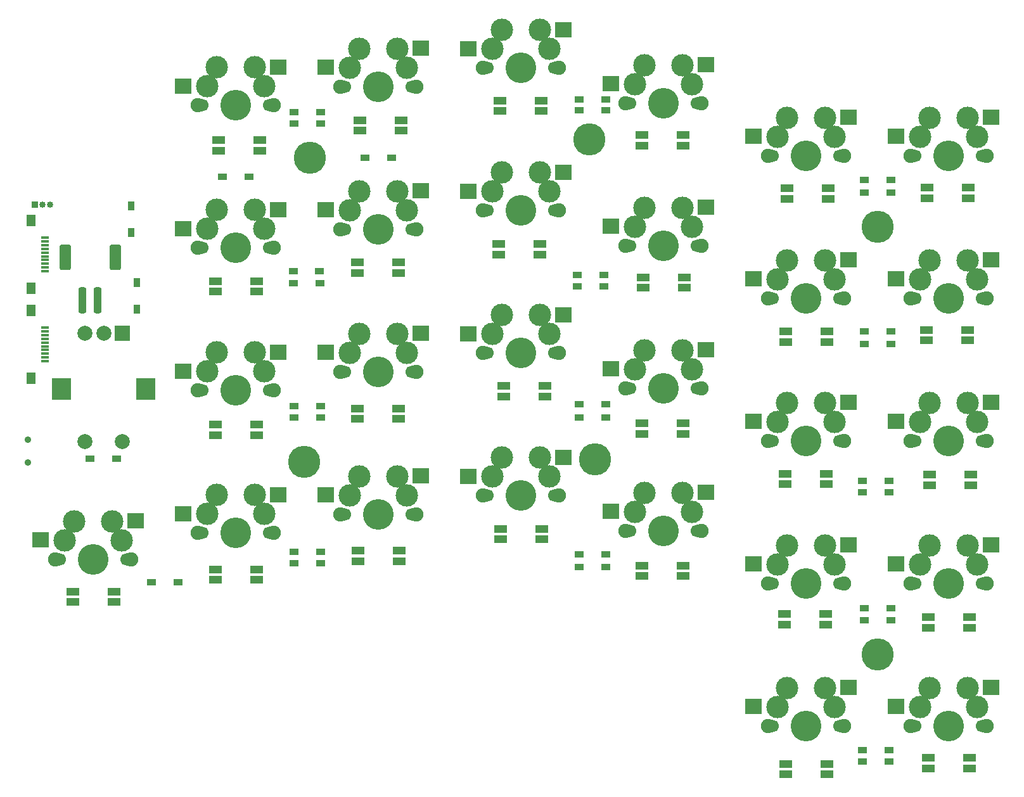
<source format=gbs>
G04 #@! TF.GenerationSoftware,KiCad,Pcbnew,9.0.4*
G04 #@! TF.CreationDate,2025-10-25T01:26:29+09:00*
G04 #@! TF.ProjectId,molak_right,6d6f6c61-6b5f-4726-9967-68742e6b6963,rev?*
G04 #@! TF.SameCoordinates,Original*
G04 #@! TF.FileFunction,Soldermask,Bot*
G04 #@! TF.FilePolarity,Negative*
%FSLAX46Y46*%
G04 Gerber Fmt 4.6, Leading zero omitted, Abs format (unit mm)*
G04 Created by KiCad (PCBNEW 9.0.4) date 2025-10-25 01:26:29*
%MOMM*%
%LPD*%
G01*
G04 APERTURE LIST*
G04 Aperture macros list*
%AMRoundRect*
0 Rectangle with rounded corners*
0 $1 Rounding radius*
0 $2 $3 $4 $5 $6 $7 $8 $9 X,Y pos of 4 corners*
0 Add a 4 corners polygon primitive as box body*
4,1,4,$2,$3,$4,$5,$6,$7,$8,$9,$2,$3,0*
0 Add four circle primitives for the rounded corners*
1,1,$1+$1,$2,$3*
1,1,$1+$1,$4,$5*
1,1,$1+$1,$6,$7*
1,1,$1+$1,$8,$9*
0 Add four rect primitives between the rounded corners*
20,1,$1+$1,$2,$3,$4,$5,0*
20,1,$1+$1,$4,$5,$6,$7,0*
20,1,$1+$1,$6,$7,$8,$9,0*
20,1,$1+$1,$8,$9,$2,$3,0*%
G04 Aperture macros list end*
%ADD10C,0.850000*%
%ADD11R,0.850000X0.850000*%
%ADD12R,1.300000X1.650000*%
%ADD13R,1.000000X0.300000*%
%ADD14C,4.300000*%
%ADD15R,1.700000X1.000000*%
%ADD16C,1.900000*%
%ADD17C,1.700000*%
%ADD18C,3.000000*%
%ADD19C,4.100000*%
%ADD20R,2.300000X2.000000*%
%ADD21R,1.300000X0.950000*%
%ADD22R,0.950000X1.300000*%
%ADD23C,0.900000*%
%ADD24R,2.000000X2.000000*%
%ADD25C,2.000000*%
%ADD26R,2.500000X3.000000*%
%ADD27RoundRect,0.250000X-0.250000X-1.500000X0.250000X-1.500000X0.250000X1.500000X-0.250000X1.500000X0*%
%ADD28RoundRect,0.250001X-0.499999X-1.449999X0.499999X-1.449999X0.499999X1.449999X-0.499999X1.449999X0*%
G04 APERTURE END LIST*
D10*
X93125000Y-64575000D03*
X92125000Y-64575000D03*
D11*
X91125000Y-64575000D03*
D12*
X90575000Y-66700000D03*
D13*
X92475000Y-73475000D03*
X92475000Y-72975000D03*
X92475000Y-72475000D03*
X92475000Y-71975000D03*
X92475000Y-71475000D03*
X92475000Y-70975000D03*
X92475000Y-70475000D03*
X92475000Y-69975000D03*
X92475000Y-69475000D03*
X92475000Y-68975000D03*
D12*
X90575000Y-75750000D03*
D14*
X165167000Y-55844700D03*
X127903000Y-58344700D03*
X127067000Y-98944700D03*
X203685000Y-67544700D03*
X203685000Y-124695000D03*
X166003000Y-98644700D03*
D15*
X134560000Y-54700000D03*
X134560000Y-53300000D03*
X140060000Y-53300000D03*
X140060000Y-54700000D03*
X153294300Y-52065100D03*
X153294300Y-50665100D03*
X158794300Y-50665100D03*
X158794300Y-52065100D03*
X172250000Y-56700000D03*
X172250000Y-55300000D03*
X177750000Y-55300000D03*
X177750000Y-56700000D03*
X191613600Y-63812600D03*
X191613600Y-62412600D03*
X197113600Y-62412600D03*
X197113600Y-63812600D03*
X210250000Y-82700000D03*
X210250000Y-81300000D03*
X215750000Y-81300000D03*
X215750000Y-82700000D03*
X191449200Y-81506500D03*
X191449200Y-82906500D03*
X196949200Y-82906500D03*
X196949200Y-81506500D03*
X172360000Y-74300000D03*
X172360000Y-75700000D03*
X177860000Y-75700000D03*
X177860000Y-74300000D03*
X153103600Y-69844600D03*
X153103600Y-71244600D03*
X158603600Y-71244600D03*
X158603600Y-69844600D03*
X134250000Y-72300000D03*
X134250000Y-73700000D03*
X139750000Y-73700000D03*
X139750000Y-72300000D03*
X115250000Y-74800000D03*
X115250000Y-76200000D03*
X120750000Y-76200000D03*
X120750000Y-74800000D03*
X115255500Y-93958100D03*
X115255500Y-95358100D03*
X120755500Y-95358100D03*
X120755500Y-93958100D03*
X134250000Y-91800000D03*
X134250000Y-93200000D03*
X139750000Y-93200000D03*
X139750000Y-91800000D03*
X153750000Y-88800000D03*
X153750000Y-90200000D03*
X159250000Y-90200000D03*
X159250000Y-88800000D03*
X172250000Y-93800000D03*
X172250000Y-95200000D03*
X177750000Y-95200000D03*
X177750000Y-93800000D03*
X191363300Y-100554100D03*
X191363300Y-101954100D03*
X196863300Y-101954100D03*
X196863300Y-100554100D03*
X210638200Y-100652200D03*
X210638200Y-102052200D03*
X216138200Y-102052200D03*
X216138200Y-100652200D03*
X210460000Y-119717700D03*
X210460000Y-121117700D03*
X215960000Y-121117700D03*
X215960000Y-119717700D03*
X191250000Y-119300000D03*
X191250000Y-120700000D03*
X196750000Y-120700000D03*
X196750000Y-119300000D03*
X210500000Y-138500000D03*
X210500000Y-139900000D03*
X216000000Y-139900000D03*
X216000000Y-138500000D03*
X191410000Y-139300000D03*
X191410000Y-140700000D03*
X196910000Y-140700000D03*
X196910000Y-139300000D03*
X172250000Y-112800000D03*
X172250000Y-114200000D03*
X177750000Y-114200000D03*
X177750000Y-112800000D03*
X153367200Y-107907200D03*
X153367200Y-109307200D03*
X158867200Y-109307200D03*
X158867200Y-107907200D03*
X134260000Y-110800000D03*
X134260000Y-112200000D03*
X139760000Y-112200000D03*
X139760000Y-110800000D03*
X115210000Y-113300000D03*
X115210000Y-114700000D03*
X120710000Y-114700000D03*
X120710000Y-113300000D03*
X96160000Y-116300000D03*
X96160000Y-117700000D03*
X101660000Y-117700000D03*
X101660000Y-116300000D03*
D16*
X208130000Y-58019700D03*
D17*
X208710000Y-58019700D03*
D18*
X209400000Y-55479700D03*
X210670000Y-52939700D03*
D19*
X213210000Y-58019700D03*
D18*
X215750000Y-52939700D03*
X217020000Y-55479699D03*
D17*
X217710000Y-58019700D03*
D16*
X218290000Y-58019700D03*
D20*
X206210000Y-55439700D03*
X218910000Y-52899700D03*
D16*
X189080000Y-58019700D03*
D17*
X189660000Y-58019700D03*
D18*
X190350000Y-55479700D03*
X191620000Y-52939700D03*
D19*
X194160000Y-58019700D03*
D18*
X196700000Y-52939700D03*
X197970000Y-55479699D03*
D17*
X198660000Y-58019700D03*
D16*
X199240000Y-58019700D03*
D20*
X187160000Y-55439700D03*
X199860000Y-52899700D03*
D16*
X170030000Y-51019700D03*
D17*
X170610000Y-51019700D03*
D18*
X171300000Y-48479700D03*
X172570000Y-45939700D03*
D19*
X175110000Y-51019700D03*
D18*
X177650000Y-45939700D03*
X178920000Y-48479699D03*
D17*
X179610000Y-51019700D03*
D16*
X180190000Y-51019700D03*
D20*
X168110000Y-48439700D03*
X180810000Y-45899700D03*
D16*
X150980000Y-46319700D03*
D17*
X151560000Y-46319700D03*
D18*
X152250000Y-43779700D03*
X153520000Y-41239700D03*
D19*
X156060000Y-46319700D03*
D18*
X158600000Y-41239700D03*
X159870000Y-43779699D03*
D17*
X160560000Y-46319700D03*
D16*
X161140000Y-46319700D03*
D20*
X149060000Y-43739700D03*
X161760000Y-41199700D03*
D16*
X131930000Y-48819700D03*
D17*
X132510000Y-48819700D03*
D18*
X133200000Y-46279700D03*
X134470000Y-43739700D03*
D19*
X137010000Y-48819700D03*
D18*
X139550000Y-43739700D03*
X140820000Y-46279699D03*
D17*
X141510000Y-48819700D03*
D16*
X142090000Y-48819700D03*
D20*
X130010000Y-46239700D03*
X142710000Y-43699700D03*
D16*
X112880000Y-51319700D03*
D17*
X113460000Y-51319700D03*
D18*
X114150000Y-48779700D03*
X115420000Y-46239700D03*
D19*
X117960000Y-51319700D03*
D18*
X120500000Y-46239700D03*
X121770000Y-48779699D03*
D17*
X122460000Y-51319700D03*
D16*
X123040000Y-51319700D03*
D20*
X110960000Y-48739700D03*
X123660000Y-46199700D03*
D16*
X208130000Y-77069700D03*
D17*
X208710000Y-77069700D03*
D18*
X209400000Y-74529700D03*
X210670000Y-71989700D03*
D19*
X213210000Y-77069700D03*
D18*
X215750000Y-71989700D03*
X217020000Y-74529699D03*
D17*
X217710000Y-77069700D03*
D16*
X218290000Y-77069700D03*
D20*
X206210000Y-74489700D03*
X218910000Y-71949700D03*
D16*
X189080000Y-77069700D03*
D17*
X189660000Y-77069700D03*
D18*
X190350000Y-74529700D03*
X191620000Y-71989700D03*
D19*
X194160000Y-77069700D03*
D18*
X196700000Y-71989700D03*
X197970000Y-74529699D03*
D17*
X198660000Y-77069700D03*
D16*
X199240000Y-77069700D03*
D20*
X187160000Y-74489700D03*
X199860000Y-71949700D03*
D16*
X170030000Y-70069700D03*
D17*
X170610000Y-70069700D03*
D18*
X171300000Y-67529700D03*
X172570000Y-64989700D03*
D19*
X175110000Y-70069700D03*
D18*
X177650000Y-64989700D03*
X178920000Y-67529699D03*
D17*
X179610000Y-70069700D03*
D16*
X180190000Y-70069700D03*
D20*
X168110000Y-67489700D03*
X180810000Y-64949700D03*
D16*
X150980000Y-65369700D03*
D17*
X151560000Y-65369700D03*
D18*
X152250000Y-62829700D03*
X153520000Y-60289700D03*
D19*
X156060000Y-65369700D03*
D18*
X158600000Y-60289700D03*
X159870000Y-62829699D03*
D17*
X160560000Y-65369700D03*
D16*
X161140000Y-65369700D03*
D20*
X149060000Y-62789700D03*
X161760000Y-60249700D03*
D16*
X131930000Y-67869700D03*
D17*
X132510000Y-67869700D03*
D18*
X133200000Y-65329700D03*
X134470000Y-62789700D03*
D19*
X137010000Y-67869700D03*
D18*
X139550000Y-62789700D03*
X140820000Y-65329699D03*
D17*
X141510000Y-67869700D03*
D16*
X142090000Y-67869700D03*
D20*
X130010000Y-65289700D03*
X142710000Y-62749700D03*
D16*
X112880000Y-70369700D03*
D17*
X113460000Y-70369700D03*
D18*
X114150000Y-67829700D03*
X115420000Y-65289700D03*
D19*
X117960000Y-70369700D03*
D18*
X120500000Y-65289700D03*
X121770000Y-67829699D03*
D17*
X122460000Y-70369700D03*
D16*
X123040000Y-70369700D03*
D20*
X110960000Y-67789700D03*
X123660000Y-65249700D03*
D16*
X208130000Y-96119700D03*
D17*
X208710000Y-96119700D03*
D18*
X209400000Y-93579700D03*
X210670000Y-91039700D03*
D19*
X213210000Y-96119700D03*
D18*
X215750000Y-91039700D03*
X217020000Y-93579699D03*
D17*
X217710000Y-96119700D03*
D16*
X218290000Y-96119700D03*
D20*
X206210000Y-93539700D03*
X218910000Y-90999700D03*
D16*
X189080000Y-96119700D03*
D17*
X189660000Y-96119700D03*
D18*
X190350000Y-93579700D03*
X191620000Y-91039700D03*
D19*
X194160000Y-96119700D03*
D18*
X196700000Y-91039700D03*
X197970000Y-93579699D03*
D17*
X198660000Y-96119700D03*
D16*
X199240000Y-96119700D03*
D20*
X187160000Y-93539700D03*
X199860000Y-90999700D03*
D16*
X170030000Y-89119700D03*
D17*
X170610000Y-89119700D03*
D18*
X171300000Y-86579700D03*
X172570000Y-84039700D03*
D19*
X175110000Y-89119700D03*
D18*
X177650000Y-84039700D03*
X178920000Y-86579699D03*
D17*
X179610000Y-89119700D03*
D16*
X180190000Y-89119700D03*
D20*
X168110000Y-86539700D03*
X180810000Y-83999700D03*
D16*
X150980000Y-84419700D03*
D17*
X151560000Y-84419700D03*
D18*
X152250000Y-81879700D03*
X153520000Y-79339700D03*
D19*
X156060000Y-84419700D03*
D18*
X158600000Y-79339700D03*
X159870000Y-81879699D03*
D17*
X160560000Y-84419700D03*
D16*
X161140000Y-84419700D03*
D20*
X149060000Y-81839700D03*
X161760000Y-79299700D03*
D16*
X131930000Y-86919700D03*
D17*
X132510000Y-86919700D03*
D18*
X133200000Y-84379700D03*
X134470000Y-81839700D03*
D19*
X137010000Y-86919700D03*
D18*
X139550000Y-81839700D03*
X140820000Y-84379699D03*
D17*
X141510000Y-86919700D03*
D16*
X142090000Y-86919700D03*
D20*
X130010000Y-84339700D03*
X142710000Y-81799700D03*
D16*
X112880000Y-89419700D03*
D17*
X113460000Y-89419700D03*
D18*
X114150000Y-86879700D03*
X115420000Y-84339700D03*
D19*
X117960000Y-89419700D03*
D18*
X120500000Y-84339700D03*
X121770000Y-86879699D03*
D17*
X122460000Y-89419700D03*
D16*
X123040000Y-89419700D03*
D20*
X110960000Y-86839700D03*
X123660000Y-84299700D03*
D16*
X208130000Y-115170000D03*
D17*
X208710000Y-115170000D03*
D18*
X209400000Y-112630000D03*
X210670000Y-110090000D03*
D19*
X213210000Y-115170000D03*
D18*
X215750000Y-110090000D03*
X217020000Y-112629999D03*
D17*
X217710000Y-115170000D03*
D16*
X218290000Y-115170000D03*
D20*
X206210000Y-112590000D03*
X218910000Y-110050000D03*
D16*
X189080000Y-115170000D03*
D17*
X189660000Y-115170000D03*
D18*
X190350000Y-112630000D03*
X191620000Y-110090000D03*
D19*
X194160000Y-115170000D03*
D18*
X196700000Y-110090000D03*
X197970000Y-112629999D03*
D17*
X198660000Y-115170000D03*
D16*
X199240000Y-115170000D03*
D20*
X187160000Y-112590000D03*
X199860000Y-110050000D03*
D16*
X170030000Y-108170000D03*
D17*
X170610000Y-108170000D03*
D18*
X171300000Y-105630000D03*
X172570000Y-103090000D03*
D19*
X175110000Y-108170000D03*
D18*
X177650000Y-103090000D03*
X178920000Y-105629999D03*
D17*
X179610000Y-108170000D03*
D16*
X180190000Y-108170000D03*
D20*
X168110000Y-105590000D03*
X180810000Y-103050000D03*
D16*
X150980000Y-103470000D03*
D17*
X151560000Y-103470000D03*
D18*
X152250000Y-100930000D03*
X153520000Y-98390000D03*
D19*
X156060000Y-103470000D03*
D18*
X158600000Y-98390000D03*
X159870000Y-100929999D03*
D17*
X160560000Y-103470000D03*
D16*
X161140000Y-103470000D03*
D20*
X149060000Y-100890000D03*
X161760000Y-98350000D03*
D16*
X131930000Y-105970000D03*
D17*
X132510000Y-105970000D03*
D18*
X133200000Y-103430000D03*
X134470000Y-100890000D03*
D19*
X137010000Y-105970000D03*
D18*
X139550000Y-100890000D03*
X140820000Y-103429999D03*
D17*
X141510000Y-105970000D03*
D16*
X142090000Y-105970000D03*
D20*
X130010000Y-103390000D03*
X142710000Y-100850000D03*
D16*
X112880000Y-108470000D03*
D17*
X113460000Y-108470000D03*
D18*
X114150000Y-105930000D03*
X115420000Y-103390000D03*
D19*
X117960000Y-108470000D03*
D18*
X120500000Y-103390000D03*
X121770000Y-105929999D03*
D17*
X122460000Y-108470000D03*
D16*
X123040000Y-108470000D03*
D20*
X110960000Y-105890000D03*
X123660000Y-103350000D03*
D16*
X93830000Y-111970000D03*
D17*
X94410000Y-111970000D03*
D18*
X95100000Y-109430000D03*
X96370000Y-106890000D03*
D19*
X98910000Y-111970000D03*
D18*
X101450000Y-106890000D03*
X102720000Y-109429999D03*
D17*
X103410000Y-111970000D03*
D16*
X103990000Y-111970000D03*
D20*
X91910000Y-109390000D03*
X104610000Y-106850000D03*
D16*
X208130000Y-134220000D03*
D17*
X208710000Y-134220000D03*
D18*
X209400000Y-131680000D03*
X210670000Y-129140000D03*
D19*
X213210000Y-134220000D03*
D18*
X215750000Y-129140000D03*
X217020000Y-131679999D03*
D17*
X217710000Y-134220000D03*
D16*
X218290000Y-134220000D03*
D20*
X206210000Y-131640000D03*
X218910000Y-129100000D03*
D16*
X189080000Y-134220000D03*
D17*
X189660000Y-134220000D03*
D18*
X190350000Y-131680000D03*
X191620000Y-129140000D03*
D19*
X194160000Y-134220000D03*
D18*
X196700000Y-129140000D03*
X197970000Y-131679999D03*
D17*
X198660000Y-134220000D03*
D16*
X199240000Y-134220000D03*
D20*
X187160000Y-131640000D03*
X199860000Y-129100000D03*
D21*
X201910000Y-62994700D03*
X205460000Y-62994700D03*
X201910000Y-61250000D03*
X205460000Y-61250000D03*
X163810000Y-52000000D03*
X167360000Y-52000000D03*
X163810000Y-50500000D03*
X167360000Y-50500000D03*
X125725000Y-53750000D03*
X129275000Y-53750000D03*
X125725000Y-52250000D03*
X129275000Y-52250000D03*
X201910000Y-83202500D03*
X205460000Y-83202500D03*
X163610000Y-75500000D03*
X167160000Y-75500000D03*
X125640800Y-75092400D03*
X129190800Y-75092400D03*
X201725000Y-103000000D03*
X205275000Y-103000000D03*
X163810000Y-93000000D03*
X167360000Y-93000000D03*
X163810000Y-91250000D03*
X167360000Y-91250000D03*
X125725000Y-93000000D03*
X129275000Y-93000000D03*
X125725000Y-91500000D03*
X129275000Y-91500000D03*
X201910000Y-120145000D03*
X205460000Y-120145000D03*
X201910000Y-118495300D03*
X205460000Y-118495300D03*
X163810000Y-112995000D03*
X167360000Y-112995000D03*
X163810000Y-111351900D03*
X167360000Y-111351900D03*
X125725000Y-112500000D03*
X129275000Y-112500000D03*
X125725000Y-111000000D03*
X129275000Y-111000000D03*
X106660000Y-115000000D03*
X110210000Y-115000000D03*
X201725000Y-139000000D03*
X205275000Y-139000000D03*
X201725000Y-137500000D03*
X205275000Y-137500000D03*
X135250000Y-58344700D03*
X138800000Y-58344700D03*
X116185000Y-60844700D03*
X119735000Y-60844700D03*
D22*
X104750000Y-74975000D03*
X104750000Y-78525000D03*
X104000000Y-64725000D03*
X104000000Y-68275000D03*
D21*
X98450000Y-98500000D03*
X102000000Y-98500000D03*
D15*
X115650000Y-55950000D03*
X115650000Y-57350000D03*
X121150000Y-57350000D03*
X121150000Y-55950000D03*
D21*
X163610000Y-74000000D03*
X167160000Y-74000000D03*
D23*
X90170000Y-96000000D03*
X90170000Y-99000000D03*
D21*
X125625000Y-73500000D03*
X129175000Y-73500000D03*
D24*
X102810500Y-81742100D03*
D25*
X97810500Y-81742100D03*
X100310500Y-81742100D03*
D26*
X105910500Y-89242100D03*
X94710500Y-89242100D03*
D25*
X102810500Y-96242100D03*
X97810500Y-96242100D03*
D21*
X201725000Y-101479409D03*
X205275000Y-101479409D03*
X201910000Y-81500000D03*
X205460000Y-81500000D03*
D15*
X210360000Y-63700000D03*
X210360000Y-62300000D03*
X215860000Y-62300000D03*
X215860000Y-63700000D03*
D27*
X97500000Y-77350000D03*
X99500000Y-77350000D03*
D28*
X95150000Y-71600000D03*
X101850000Y-71600000D03*
D13*
X92475000Y-85500000D03*
X92475000Y-85000000D03*
X92475000Y-84500000D03*
X92475000Y-84000000D03*
X92475000Y-83500000D03*
X92475000Y-83000000D03*
X92475000Y-82500000D03*
X92475000Y-82000000D03*
X92475000Y-81500000D03*
X92475000Y-81000000D03*
D12*
X90575000Y-87775000D03*
X90575000Y-78725000D03*
M02*

</source>
